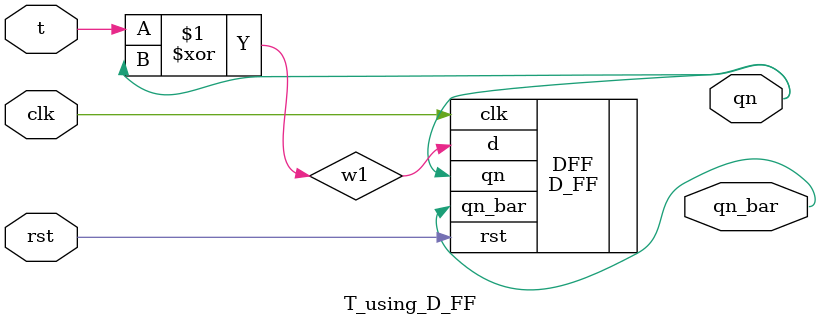
<source format=v>
`timescale 1ns / 1ps


module T_using_D_FF(
    input t,
    input clk,
    input rst,
    output qn,
    output qn_bar
    );
    wire w1;
    assign w1=t ^ qn;
    D_FF DFF(.d(w1),.clk(clk),.rst(rst),.qn(qn),.qn_bar(qn_bar));
    
endmodule

</source>
